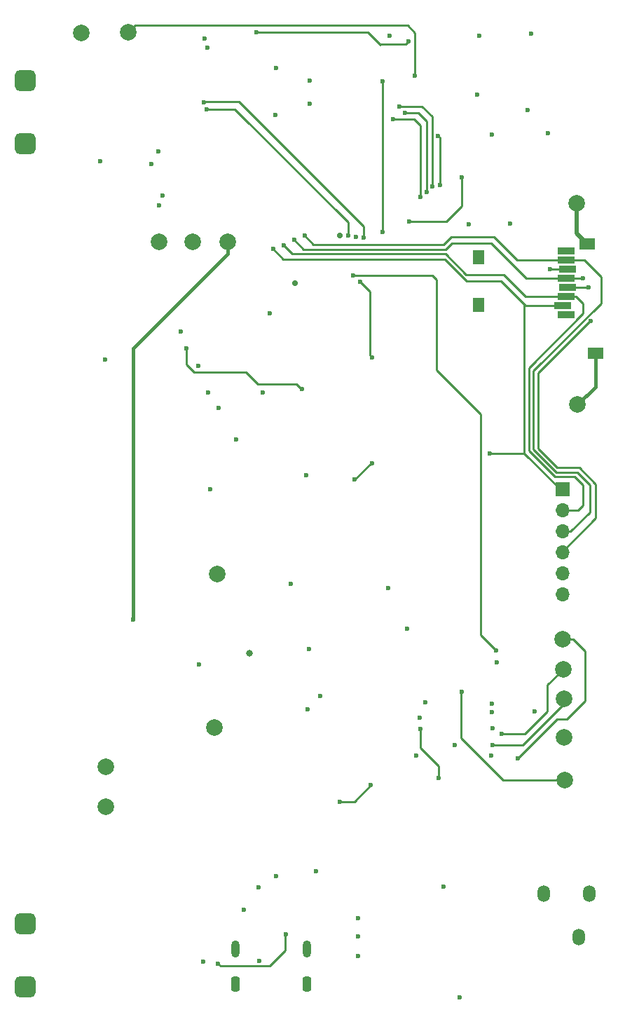
<source format=gbr>
%TF.GenerationSoftware,KiCad,Pcbnew,9.0.0*%
%TF.CreationDate,2025-04-11T15:06:13-04:00*%
%TF.ProjectId,Radiation3,52616469-6174-4696-9f6e-332e6b696361,rev?*%
%TF.SameCoordinates,Original*%
%TF.FileFunction,Copper,L4,Bot*%
%TF.FilePolarity,Positive*%
%FSLAX46Y46*%
G04 Gerber Fmt 4.6, Leading zero omitted, Abs format (unit mm)*
G04 Created by KiCad (PCBNEW 9.0.0) date 2025-04-11 15:06:13*
%MOMM*%
%LPD*%
G01*
G04 APERTURE LIST*
G04 Aperture macros list*
%AMRoundRect*
0 Rectangle with rounded corners*
0 $1 Rounding radius*
0 $2 $3 $4 $5 $6 $7 $8 $9 X,Y pos of 4 corners*
0 Add a 4 corners polygon primitive as box body*
4,1,4,$2,$3,$4,$5,$6,$7,$8,$9,$2,$3,0*
0 Add four circle primitives for the rounded corners*
1,1,$1+$1,$2,$3*
1,1,$1+$1,$4,$5*
1,1,$1+$1,$6,$7*
1,1,$1+$1,$8,$9*
0 Add four rect primitives between the rounded corners*
20,1,$1+$1,$2,$3,$4,$5,0*
20,1,$1+$1,$4,$5,$6,$7,0*
20,1,$1+$1,$6,$7,$8,$9,0*
20,1,$1+$1,$8,$9,$2,$3,0*%
G04 Aperture macros list end*
%TA.AperFunction,ComponentPad*%
%ADD10C,2.000000*%
%TD*%
%TA.AperFunction,ComponentPad*%
%ADD11RoundRect,0.635000X-0.635000X-0.635000X0.635000X-0.635000X0.635000X0.635000X-0.635000X0.635000X0*%
%TD*%
%TA.AperFunction,ComponentPad*%
%ADD12RoundRect,0.635000X0.635000X0.635000X-0.635000X0.635000X-0.635000X-0.635000X0.635000X-0.635000X0*%
%TD*%
%TA.AperFunction,ComponentPad*%
%ADD13O,1.498600X2.006600*%
%TD*%
%TA.AperFunction,ComponentPad*%
%ADD14O,1.000000X2.100000*%
%TD*%
%TA.AperFunction,ComponentPad*%
%ADD15RoundRect,0.250000X-0.250000X-0.650000X0.250000X-0.650000X0.250000X0.650000X-0.250000X0.650000X0*%
%TD*%
%TA.AperFunction,ComponentPad*%
%ADD16R,1.700000X1.700000*%
%TD*%
%TA.AperFunction,ComponentPad*%
%ADD17O,1.700000X1.700000*%
%TD*%
%TA.AperFunction,SMDPad,CuDef*%
%ADD18R,1.397000X1.803400*%
%TD*%
%TA.AperFunction,SMDPad,CuDef*%
%ADD19R,1.905000X1.397000*%
%TD*%
%TA.AperFunction,SMDPad,CuDef*%
%ADD20R,2.006600X0.812800*%
%TD*%
%TA.AperFunction,ViaPad*%
%ADD21C,0.600000*%
%TD*%
%TA.AperFunction,ViaPad*%
%ADD22C,0.700000*%
%TD*%
%TA.AperFunction,ViaPad*%
%ADD23C,0.800000*%
%TD*%
%TA.AperFunction,Conductor*%
%ADD24C,0.254000*%
%TD*%
%TA.AperFunction,Conductor*%
%ADD25C,0.400000*%
%TD*%
%TA.AperFunction,Conductor*%
%ADD26C,0.500000*%
%TD*%
G04 APERTURE END LIST*
D10*
%TO.P,OUTL1,1,1*%
%TO.N,/Audio3/OUTL*%
X105925000Y-159450000D03*
%TD*%
%TO.P,GND1,1,1*%
%TO.N,GND*%
X50400000Y-162675000D03*
%TD*%
%TO.P,5V1,1,1*%
%TO.N,+5V*%
X63550000Y-153175000D03*
%TD*%
D11*
%TO.P,F1,1,1*%
%TO.N,/Power3/ANODE*%
X40700000Y-184477500D03*
X40700000Y-176857500D03*
D12*
%TO.P,F1,2,2*%
%TO.N,/Power3/CATHODE*%
X40695000Y-82582500D03*
X40695000Y-74962500D03*
%TD*%
D10*
%TO.P,LRCK1,1,1*%
%TO.N,/I2S_LRCK*%
X105700000Y-146075000D03*
%TD*%
%TO.P,DRAIN1,1,1*%
%TO.N,Net-(Q1-D)*%
X65150000Y-94500000D03*
%TD*%
D13*
%TO.P,J2,1,1*%
%TO.N,AGND*%
X107600000Y-178490435D03*
%TO.P,J2,2,2*%
%TO.N,/Audio3/OUTL*%
X103349818Y-173190433D03*
%TO.P,J2,3,3*%
%TO.N,/Audio3/OUTR*%
X108849817Y-173190433D03*
%TD*%
D10*
%TO.P,VBUS1,1,1*%
%TO.N,VBUS*%
X50400000Y-157850000D03*
%TD*%
%TO.P,OUTR1,1,1*%
%TO.N,/Audio3/OUTR*%
X105825000Y-154350000D03*
%TD*%
%TO.P,HIV-1,1,1*%
%TO.N,/Power3/CATHODE*%
X47425000Y-69250000D03*
%TD*%
%TO.P,DOUT1,1,1*%
%TO.N,/I2S_DOUT*%
X105650000Y-142500000D03*
%TD*%
%TO.P,GND3,1,1*%
%TO.N,GND*%
X107450000Y-114125000D03*
%TD*%
%TO.P,BCK1,1,1*%
%TO.N,/I2S_BCK*%
X105800000Y-149675000D03*
%TD*%
%TO.P,STG1,1,1*%
%TO.N,Net-(D1-A)*%
X60900000Y-94500000D03*
%TD*%
%TO.P,+3.3V1,1,1*%
%TO.N,+3.3V*%
X63900000Y-134625000D03*
%TD*%
D14*
%TO.P,J1,SH1,SHELL_GND*%
%TO.N,/MCU3/SHELL_GND*%
X66080000Y-179920000D03*
%TO.P,J1,SH2,SHELL_GND*%
X74720000Y-179920000D03*
D15*
%TO.P,J1,SH3,SHELL_GND*%
X66080000Y-184100000D03*
%TO.P,J1,SH4,SHELL_GND*%
X74720000Y-184100000D03*
%TD*%
D10*
%TO.P,PWM1,1,1*%
%TO.N,Net-(Q1-G)*%
X53175000Y-69150000D03*
%TD*%
%TO.P,GND2,1,1*%
%TO.N,GND*%
X107300000Y-89800000D03*
%TD*%
D16*
%TO.P,J4,1,Pin_1*%
%TO.N,/CS*%
X105600000Y-124380000D03*
D17*
%TO.P,J4,2,Pin_2*%
%TO.N,/MOSI*%
X105600000Y-126920000D03*
%TO.P,J4,3,Pin_3*%
%TO.N,/MISO*%
X105600000Y-129460000D03*
%TO.P,J4,4,Pin_4*%
%TO.N,/SCK*%
X105600000Y-132000000D03*
%TO.P,J4,5,Pin_5*%
%TO.N,+3.3V*%
X105600000Y-134540000D03*
%TO.P,J4,6,Pin_6*%
%TO.N,GND*%
X105600000Y-137080000D03*
%TD*%
D10*
%TO.P,HIV+1,1,1*%
%TO.N,Net-(D1-K)*%
X56900000Y-94500000D03*
%TD*%
D18*
%TO.P,J3,9,CARD_DETECT*%
%TO.N,unconnected-(J3-CARD_DETECT-Pad9)*%
X95478399Y-96350000D03*
%TO.P,J3,10,CARD_DETECT*%
%TO.N,unconnected-(J3-CARD_DETECT-Pad10)*%
X95478399Y-102050001D03*
D19*
%TO.P,J3,11,GROUND*%
%TO.N,GND*%
X108628401Y-94750000D03*
%TO.P,J3,12,GROUND*%
X109628401Y-107900002D03*
D20*
%TO.P,J3,P1,DAT2*%
%TO.N,unconnected-(J3-DAT2-PadP1)*%
X106028401Y-103240001D03*
%TO.P,J3,P2,DAT3/CS*%
%TO.N,/CS*%
X105628402Y-102139927D03*
%TO.P,J3,P3,CMD/MOSI*%
%TO.N,/MOSI*%
X106028401Y-101040001D03*
%TO.P,J3,P4,VDD*%
%TO.N,+3.3V*%
X106228401Y-99940000D03*
%TO.P,J3,P5,SCLK*%
%TO.N,/SCK*%
X106028401Y-98840000D03*
%TO.P,J3,P6,VSS*%
%TO.N,GND*%
X106228401Y-97740000D03*
%TO.P,J3,P7,DAT0/MISO*%
%TO.N,/MISO*%
X106028401Y-96639999D03*
%TO.P,J3,P8,DAT1*%
%TO.N,unconnected-(J3-DAT1-PadP8)*%
X106028401Y-95539999D03*
%TD*%
D21*
%TO.N,Net-(U5-VNEG)*%
X90675000Y-159200000D03*
X88425000Y-153275000D03*
%TO.N,/EN*%
X86975000Y-70250000D03*
X68637500Y-69137500D03*
%TO.N,+5V*%
X76362500Y-149337500D03*
X61725000Y-145475000D03*
%TO.N,/GPIO0*%
X93425000Y-86650000D03*
X87125000Y-92000000D03*
%TO.N,/CS*%
X96825000Y-120000000D03*
%TO.N,/BLINK*%
X80525000Y-123175000D03*
X82600000Y-121175000D03*
X90800000Y-87625000D03*
X90600000Y-81675000D03*
%TO.N,/GPIO42*%
X83850000Y-75030000D03*
%TO.N,/GPIO38*%
X85175000Y-79625000D03*
X88450000Y-89025000D03*
%TO.N,+3.3V*%
X62800000Y-112625000D03*
X64075000Y-114550000D03*
%TO.N,GND*%
X66150000Y-118325000D03*
%TO.N,/GPIO39*%
X89200000Y-88450000D03*
X86550000Y-78900000D03*
%TO.N,/GPIO40*%
X85900000Y-78100000D03*
X89875000Y-87750000D03*
%TO.N,/GPIO16*%
X82625000Y-108425000D03*
X81125000Y-99250000D03*
X79700000Y-93725000D03*
D22*
%TO.N,+3.3V*%
X73300000Y-99475000D03*
D21*
%TO.N,/RAD_IN2*%
X81600000Y-93975000D03*
%TO.N,/GPIO42*%
X83850000Y-93250000D03*
%TO.N,/GPIO16*%
X62625000Y-78425000D03*
%TO.N,/RAD_IN2*%
X62250000Y-77575000D03*
%TO.N,+3.3V*%
X95300000Y-76675000D03*
X101400000Y-78550000D03*
%TO.N,/MUTE*%
X97550000Y-143800000D03*
%TO.N,+3.3V*%
X92625000Y-155225000D03*
X97100000Y-150250000D03*
X75025000Y-143675000D03*
X89000000Y-150125000D03*
%TO.N,/Audio3/OUTL*%
X93425000Y-148825000D03*
%TO.N,/I2S_DOUT*%
X100225000Y-156825000D03*
%TO.N,/I2S_BCK*%
X97162500Y-155212500D03*
%TO.N,/I2S_LRCK*%
X98250000Y-153900000D03*
%TO.N,/CS*%
X82450000Y-160075000D03*
X78675000Y-162075000D03*
%TO.N,AGND*%
X87975000Y-156525000D03*
X88325000Y-151975000D03*
X97025000Y-156525000D03*
X97125000Y-153225000D03*
X102250000Y-151225000D03*
X97050000Y-151300000D03*
X97637500Y-145237500D03*
%TO.N,GND*%
X84525000Y-136250000D03*
%TO.N,AGND*%
X86875000Y-141175000D03*
%TO.N,+5V*%
X74800000Y-150900000D03*
%TO.N,+3.3V*%
X70975000Y-171075000D03*
%TO.N,VBUS*%
X69000000Y-181300000D03*
X80900000Y-180700000D03*
%TO.N,+3.3V*%
X80925000Y-178400000D03*
%TO.N,+5V*%
X80875000Y-176200000D03*
%TO.N,Net-(J1-CC2)*%
X64000000Y-181675000D03*
X72150000Y-178075000D03*
%TO.N,GND*%
X62187500Y-181387500D03*
D23*
X67800000Y-144175000D03*
D21*
X74650000Y-122675000D03*
X93200000Y-185700000D03*
X91200000Y-172325000D03*
X101850000Y-69325000D03*
X75100000Y-77800000D03*
X61575000Y-109450000D03*
X49775000Y-84750000D03*
X72773100Y-135776900D03*
X70900000Y-79100000D03*
X75100000Y-75000000D03*
X103850000Y-81350000D03*
X75800000Y-170450000D03*
X84750000Y-69525000D03*
X69375000Y-112700000D03*
X62400000Y-69900000D03*
X97050000Y-81475000D03*
X57325000Y-88875000D03*
X67087500Y-175150000D03*
X71000000Y-73500000D03*
X80650000Y-93850000D03*
X104075000Y-97750000D03*
X99262500Y-92287500D03*
X70200000Y-103100000D03*
X95525000Y-69525000D03*
%TO.N,Net-(Q1-D)*%
X53700000Y-140075000D03*
%TO.N,/MCU3/SHELL_GND*%
X68912500Y-172462500D03*
%TO.N,Net-(Q1-G)*%
X87800000Y-74425000D03*
%TO.N,/MOSI*%
X71895000Y-94900000D03*
%TO.N,/MUTE*%
X80300000Y-98525000D03*
%TO.N,Net-(C3-Pad2)*%
X50350000Y-108700000D03*
X59475000Y-105275000D03*
%TO.N,/MISO*%
X74435000Y-93675000D03*
%TO.N,/CS*%
X70625000Y-95300000D03*
%TO.N,/SCK*%
X109025000Y-104050000D03*
X73165000Y-94200000D03*
X108085000Y-98840000D03*
%TO.N,+3.3V*%
X56800000Y-83500000D03*
X94300000Y-92300000D03*
X62700000Y-71000000D03*
X108775000Y-99925000D03*
D22*
X78700000Y-93675000D03*
D21*
%TO.N,VBUS*%
X63066400Y-124333600D03*
X55950000Y-85050000D03*
X56850000Y-90025000D03*
%TO.N,/RAD_IN*%
X60175000Y-107300000D03*
X74100000Y-112225000D03*
%TD*%
D24*
%TO.N,Net-(U5-VNEG)*%
X88425000Y-155550000D02*
X90625000Y-157750000D01*
X88425000Y-153275000D02*
X88425000Y-155550000D01*
X90625000Y-157750000D02*
X90625000Y-159150000D01*
X90625000Y-159150000D02*
X90675000Y-159200000D01*
%TO.N,Net-(Q1-G)*%
X87800000Y-74425000D02*
X87800000Y-69200000D01*
X87800000Y-69200000D02*
X86900000Y-68300000D01*
X86900000Y-68300000D02*
X54025000Y-68300000D01*
X54025000Y-68300000D02*
X53175000Y-69150000D01*
%TO.N,/EN*%
X86675000Y-70550000D02*
X86975000Y-70250000D01*
X86675000Y-70625000D02*
X86675000Y-70550000D01*
X68637500Y-69137500D02*
X82062500Y-69137500D01*
X83650000Y-70625000D02*
X86675000Y-70625000D01*
X82062500Y-69137500D02*
X83600000Y-70675000D01*
X83600000Y-70675000D02*
X83650000Y-70625000D01*
D25*
%TO.N,Net-(Q1-D)*%
X53700000Y-140075000D02*
X53700000Y-107350000D01*
X65150000Y-95900000D02*
X65150000Y-94500000D01*
X53700000Y-107350000D02*
X65150000Y-95900000D01*
D24*
%TO.N,/CS*%
X94050000Y-99200000D02*
X98175000Y-99200000D01*
X71875000Y-96550000D02*
X91400000Y-96550000D01*
X70625000Y-95300000D02*
X71875000Y-96550000D01*
X91400000Y-96550000D02*
X94050000Y-99200000D01*
X98175000Y-99200000D02*
X101050000Y-102075000D01*
%TO.N,/MOSI*%
X72920000Y-95925000D02*
X91500000Y-95925000D01*
X71895000Y-94900000D02*
X72920000Y-95925000D01*
X98525000Y-98400000D02*
X101165001Y-101040001D01*
X91500000Y-95925000D02*
X93975000Y-98400000D01*
X93975000Y-98400000D02*
X98525000Y-98400000D01*
X101165001Y-101040001D02*
X106028401Y-101040001D01*
%TO.N,/GPIO0*%
X91575000Y-92000000D02*
X93450000Y-90125000D01*
X87125000Y-92000000D02*
X91575000Y-92000000D01*
X93425000Y-90100000D02*
X93425000Y-86650000D01*
X93450000Y-90125000D02*
X93425000Y-90100000D01*
%TO.N,/BLINK*%
X90800000Y-87625000D02*
X90800000Y-81875000D01*
X90800000Y-81875000D02*
X90600000Y-81675000D01*
%TO.N,/CS*%
X101050000Y-102075000D02*
X100950000Y-102175000D01*
X100950000Y-102175000D02*
X100950000Y-119975000D01*
X100950000Y-119975000D02*
X100975000Y-120000000D01*
X105600000Y-124380000D02*
X105355000Y-124380000D01*
X105355000Y-124380000D02*
X100975000Y-120000000D01*
X100975000Y-120000000D02*
X96825000Y-120000000D01*
%TO.N,/MUTE*%
X97550000Y-143800000D02*
X95700000Y-141950000D01*
X95700000Y-115275000D02*
X90375000Y-109950000D01*
X95700000Y-141950000D02*
X95700000Y-115275000D01*
X90375000Y-109950000D02*
X90375000Y-99025000D01*
X90375000Y-99025000D02*
X89875000Y-98525000D01*
X89875000Y-98525000D02*
X80300000Y-98525000D01*
%TO.N,/BLINK*%
X80525000Y-123175000D02*
X82525000Y-121175000D01*
X82525000Y-121175000D02*
X82600000Y-121175000D01*
%TO.N,/RAD_IN2*%
X81600000Y-93975000D02*
X81600000Y-92600000D01*
X81600000Y-92600000D02*
X66550000Y-77550000D01*
X66550000Y-77550000D02*
X62275000Y-77550000D01*
X62275000Y-77550000D02*
X62250000Y-77575000D01*
%TO.N,/GPIO16*%
X62625000Y-78425000D02*
X66000000Y-78425000D01*
X66000000Y-78425000D02*
X79700000Y-92125000D01*
X79700000Y-92125000D02*
X79700000Y-93725000D01*
%TO.N,/GPIO42*%
X83850000Y-93250000D02*
X83850000Y-75030000D01*
%TO.N,/GPIO38*%
X85175000Y-79625000D02*
X85200000Y-79650000D01*
X85200000Y-79650000D02*
X87700000Y-79650000D01*
X87700000Y-79650000D02*
X88450000Y-80400000D01*
X88450000Y-80400000D02*
X88450000Y-89025000D01*
%TO.N,/GPIO39*%
X89200000Y-88450000D02*
X89200000Y-79875000D01*
X88225000Y-78900000D02*
X86550000Y-78900000D01*
X89200000Y-79875000D02*
X88225000Y-78900000D01*
%TO.N,/RAD_IN*%
X60175000Y-107300000D02*
X60175000Y-109300000D01*
X60175000Y-109300000D02*
X61100000Y-110225000D01*
X61100000Y-110225000D02*
X67375000Y-110225000D01*
X67375000Y-110225000D02*
X68775000Y-111625000D01*
X68775000Y-111625000D02*
X73425000Y-111625000D01*
X73425000Y-111625000D02*
X74025000Y-112225000D01*
X74025000Y-112225000D02*
X74100000Y-112225000D01*
%TO.N,/GPIO40*%
X89875000Y-87750000D02*
X89875000Y-79325000D01*
X89875000Y-79325000D02*
X88650000Y-78100000D01*
X88650000Y-78100000D02*
X85900000Y-78100000D01*
%TO.N,/GPIO16*%
X82625000Y-108425000D02*
X82350000Y-108150000D01*
X82350000Y-108150000D02*
X82350000Y-100500000D01*
X82350000Y-100500000D02*
X81125000Y-99275000D01*
X81125000Y-99275000D02*
X81125000Y-99250000D01*
%TO.N,/Audio3/OUTL*%
X98400000Y-159450000D02*
X93325000Y-154375000D01*
X105925000Y-159450000D02*
X98400000Y-159450000D01*
X93325000Y-154375000D02*
X93325000Y-148925000D01*
X93325000Y-148925000D02*
X93425000Y-148825000D01*
%TO.N,/I2S_BCK*%
X105800000Y-149675000D02*
X105800000Y-150250000D01*
X105800000Y-150250000D02*
X100825000Y-155225000D01*
X97175000Y-155225000D02*
X97162500Y-155212500D01*
X100825000Y-155225000D02*
X97175000Y-155225000D01*
%TO.N,/I2S_DOUT*%
X100225000Y-156825000D02*
X104975000Y-152075000D01*
X106900000Y-142500000D02*
X105650000Y-142500000D01*
X106175000Y-152075000D02*
X108325000Y-149925000D01*
X108325000Y-149925000D02*
X108325000Y-143925000D01*
X104975000Y-152075000D02*
X106175000Y-152075000D01*
X108325000Y-143925000D02*
X106900000Y-142500000D01*
%TO.N,/I2S_LRCK*%
X105700000Y-146075000D02*
X103800000Y-147975000D01*
X103800000Y-147975000D02*
X103775000Y-147975000D01*
X103775000Y-147975000D02*
X103775000Y-151200000D01*
X103775000Y-151200000D02*
X101075000Y-153900000D01*
X101075000Y-153900000D02*
X98250000Y-153900000D01*
%TO.N,/CS*%
X82450000Y-160075000D02*
X82475000Y-160050000D01*
X80450000Y-162075000D02*
X82450000Y-160075000D01*
X78675000Y-162075000D02*
X80450000Y-162075000D01*
%TO.N,Net-(J1-CC2)*%
X64000000Y-181675000D02*
X64275000Y-181950000D01*
X64275000Y-181950000D02*
X70225000Y-181950000D01*
X70225000Y-181950000D02*
X72125000Y-180050000D01*
X72125000Y-180050000D02*
X72125000Y-178100000D01*
X72125000Y-178100000D02*
X72150000Y-178075000D01*
D25*
%TO.N,GND*%
X109628401Y-111946599D02*
X109628401Y-107900002D01*
D24*
X104085000Y-97740000D02*
X104075000Y-97750000D01*
D25*
X107450000Y-114125000D02*
X109628401Y-111946599D01*
D26*
X108628401Y-94750000D02*
X107300000Y-93421599D01*
D24*
X106228401Y-97740000D02*
X104085000Y-97740000D01*
D26*
X107300000Y-93421599D02*
X107300000Y-89978401D01*
D24*
%TO.N,/MOSI*%
X101550000Y-109700000D02*
X108125000Y-103125000D01*
X107075000Y-122825000D02*
X104687052Y-122825000D01*
X107265001Y-101040001D02*
X106028401Y-101040001D01*
X108125000Y-126325000D02*
X108125000Y-123875000D01*
X108125000Y-103125000D02*
X108125000Y-101900000D01*
X108125000Y-101900000D02*
X107265001Y-101040001D01*
X108125000Y-123875000D02*
X107075000Y-122825000D01*
X107525000Y-126925000D02*
X108125000Y-126325000D01*
X104687052Y-122825000D02*
X101550000Y-119687948D01*
X105600000Y-126920000D02*
X105605000Y-126925000D01*
X101550000Y-119687948D02*
X101550000Y-109700000D01*
X105605000Y-126925000D02*
X107525000Y-126925000D01*
%TO.N,/MISO*%
X106028401Y-96639999D02*
X100139999Y-96639999D01*
X100139999Y-96639999D02*
X97375000Y-93875000D01*
X110250000Y-98650000D02*
X108239999Y-96639999D01*
X75500000Y-94775000D02*
X91275000Y-94775000D01*
X108239999Y-96639999D02*
X106028401Y-96639999D01*
X91275000Y-94775000D02*
X92175000Y-93875000D01*
X105600000Y-129460000D02*
X106565000Y-129460000D01*
X102075000Y-110075000D02*
X110250000Y-101900000D01*
X102075000Y-119500000D02*
X102075000Y-110075000D01*
X74435000Y-93675000D02*
X74435000Y-93710000D01*
X104850000Y-122275000D02*
X102075000Y-119500000D01*
X108900000Y-123799999D02*
X107375001Y-122275000D01*
X106565000Y-129460000D02*
X108900000Y-127125000D01*
X108900000Y-127125000D02*
X108900000Y-123799999D01*
X97375000Y-93875000D02*
X92175000Y-93875000D01*
X74435000Y-93710000D02*
X75500000Y-94775000D01*
X110250000Y-101900000D02*
X110250000Y-98650000D01*
X107375001Y-122275000D02*
X104850000Y-122275000D01*
%TO.N,/CS*%
X101050000Y-102075000D02*
X101114927Y-102139927D01*
X101114927Y-102139927D02*
X105628402Y-102139927D01*
%TO.N,/SCK*%
X101215000Y-98840000D02*
X106028401Y-98840000D01*
X91475000Y-95350000D02*
X92225000Y-94600000D01*
X104967052Y-121750000D02*
X102650000Y-119432948D01*
X108085000Y-98840000D02*
X108100000Y-98825000D01*
X73165000Y-94200000D02*
X74315000Y-95350000D01*
X105600000Y-132000000D02*
X105600000Y-131850000D01*
X106028401Y-98840000D02*
X108085000Y-98840000D01*
X109600000Y-123725000D02*
X107625000Y-121750000D01*
X74315000Y-95350000D02*
X91475000Y-95350000D01*
X109600000Y-127850000D02*
X109600000Y-123725000D01*
X96975000Y-94600000D02*
X101215000Y-98840000D01*
X108900000Y-104050000D02*
X109025000Y-104050000D01*
X92225000Y-94600000D02*
X96975000Y-94600000D01*
X107625000Y-121750000D02*
X104967052Y-121750000D01*
X102650000Y-119432948D02*
X102650000Y-110300000D01*
X105600000Y-131850000D02*
X109600000Y-127850000D01*
X102650000Y-110300000D02*
X108900000Y-104050000D01*
%TO.N,+3.3V*%
X108760000Y-99940000D02*
X106228401Y-99940000D01*
X108775000Y-99925000D02*
X108760000Y-99940000D01*
%TD*%
M02*

</source>
